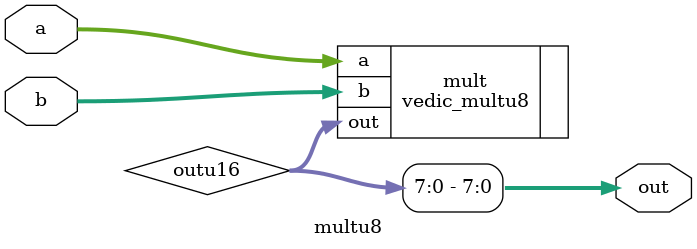
<source format=v>
module multu8(a, b, out);
    input [7:0] a, b;

    output [7:0] out;

    wire [15:0] outu16;

    vedic_multu8 mult(.a(a), .b(b), .out(outu16));

    assign out = outu16[7:0];
endmodule

</source>
